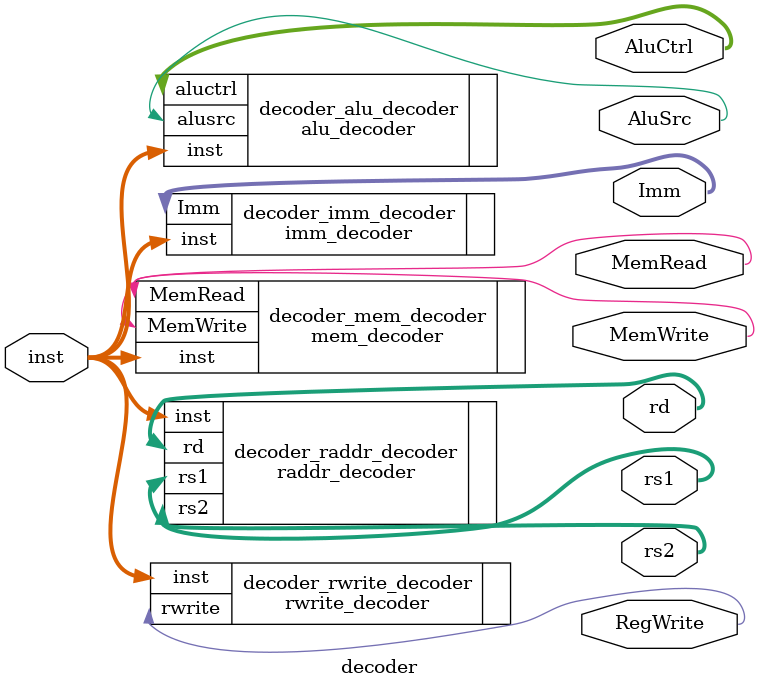
<source format=v>
`include "../header/macro.vh"
`include "../modules/imm_decoder.v"
`include "../modules/alu_decoder.v"
`include "../modules/mem_decoder.v"
`include "../modules/raddr_decoder.v"
`include "../modules/rwrite_decoder.v"

module decoder (
    input [31:0] inst,          // Instruction

    output [4:0] rd,            // Register Address to be written
    output [4:0] rs1,           // First Register Address to be read
    output [4:0] rs2,           // Second Register Address to be read

    output [31:0] Imm,          // Immediate
    output AluSrc,              // Signal to indicate the second operand of ALU (rs2 or Imm) 
    output [2:0] AluCtrl,       // Control Signal for ALU

    output MemRead,             // Signal to enable reading from the Data Memory
    output MemWrite,            // Signal to enable writing on the Data Memory

    output RegWrite            // Signal to enable writing on the Registers
);
    
    raddr_decoder decoder_raddr_decoder(.inst(inst), .rs1(rs1), .rs2(rs2), .rd(rd));

    rwrite_decoder decoder_rwrite_decoder(.inst(inst), .rwrite(RegWrite));

    imm_decoder decoder_imm_decoder(.inst(inst), .Imm(Imm));

    alu_decoder decoder_alu_decoder(.inst(inst), .alusrc(AluSrc), .aluctrl(AluCtrl));

    mem_decoder decoder_mem_decoder(.inst(inst), .MemRead(MemRead), .MemWrite(MemWrite));

endmodule
</source>
